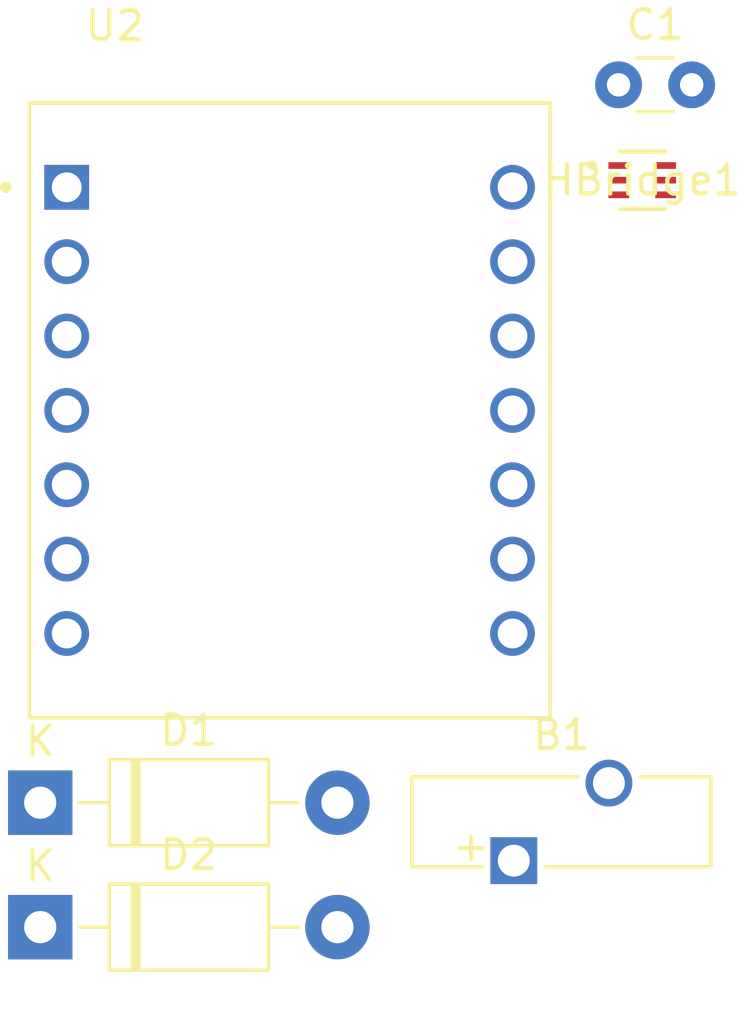
<source format=kicad_pcb>
(kicad_pcb (version 20221018) (generator pcbnew)
  (layers (0 "F.Cu" signal) (31 "B.Cu" signal) (34 "B.Paste" user) (35 "F.Paste" user) (36 "B.SilkS" user "B.Silkscreen") (37 "F.SilkS" user "F.Silkscreen") (38 "B.Mask" user) (39 "F.Mask" user) (44 "Edge.Cuts" user))
  (net 0 "")
  (net 1 "Net-(B1-+)")
  (net 2 "Net-(B1--)")
  (net 3 "Net-(U1-GND)")
  (net 4 "Net-(D1-K)")
  (net 5 "Net-(D1-A)")
  (net 6 "Net-(D2-A)")
  (net 7 "Net-(U2-D0)")
  (net 11 "Net-(U2-D4_SDA)")
  (net 12 "Net-(U2-D5_SCL)")
  (net 13 "Net-(U2-D6)")
  (net 14 "Net-(U2-D7)")
  (net 16 "Net-(HBridge1-In1)")
  (net 17 "Net-(HBridge1-In2)")
  (net 18 "Net-(U2-VCC_3V3)")
  (net 19 "Net-(U2-GND)")
  (footprint "Diode_THT:D_DO-41_SOD81_P10.16mm_Horizontal" (layer "F.Cu") (at 43.77 54.17)
    (fp_text reference "D2" (at 5.08 -2.47) (layer "F.SilkS"))
    (fp_text value "Rectifier Diode")
    (fp_text user "K" (at 0 -2.1) (layer "F.SilkS"))
    (fp_line (start 1.34 0) (end 2.36 0) (stroke (width 0.12)) (layer "F.SilkS"))
    (fp_line (start 2.36 -1.47) (end 2.36 1.47) (stroke (width 0.12)) (layer "F.SilkS"))
    (fp_line (start 2.36 1.47) (end 7.8 1.47) (stroke (width 0.12)) (layer "F.SilkS"))
    (fp_line (start 3.14 -1.47) (end 3.14 1.47) (stroke (width 0.12)) (layer "F.SilkS"))
    (fp_line (start 3.26 -1.47) (end 3.26 1.47) (stroke (width 0.12)) (layer "F.SilkS"))
    (fp_line (start 3.38 -1.47) (end 3.38 1.47) (stroke (width 0.12)) (layer "F.SilkS"))
    (fp_line (start 7.8 -1.47) (end 2.36 -1.47) (stroke (width 0.12)) (layer "F.SilkS"))
    (fp_line (start 7.8 1.47) (end 7.8 -1.47) (stroke (width 0.12)) (layer "F.SilkS"))
    (fp_line (start 8.82 0) (end 7.8 0) (stroke (width 0.12)) (layer "F.SilkS"))
    (pad "1" thru_hole rect (at 0 0) (size 2.2 2.2) (drill 1.1) (layers "*.Cu" "*.Mask") (net 5 "Net-(D1-A)"))
    (pad "2" thru_hole oval (at 10.16 0) (size 2.2 2.2) (drill 1.1) (layers "*.Cu" "*.Mask") (net 6 "Net-(D2-A)"))
  )
  (footprint "Capacitor_THT:C_Disc_D3.0mm_W1.6mm_P2.50mm" (layer "F.Cu") (at 63.54 25.4)
    (fp_text reference "C1" (at 1.25 -2.05) (layer "F.SilkS"))
    (fp_text value "C_Small")
    (fp_line (start 0.621 -0.92) (end 1.879 -0.92) (stroke (width 0.12)) (layer "F.SilkS"))
    (fp_line (start 0.621 0.92) (end 1.879 0.92) (stroke (width 0.12)) (layer "F.SilkS"))
    (pad "1" thru_hole circle (at 0 0) (size 1.6 1.6) (drill 0.8) (layers "*.Cu" "*.Mask") (net 1 "Net-(B1-+)"))
    (pad "2" thru_hole circle (at 2.5 0) (size 1.6 1.6) (drill 0.8) (layers "*.Cu" "*.Mask") (net 3 "Net-(U1-GND)"))
  )
  (footprint "Nano-Float_Schematic FR:MODULE_102010388" (layer "F.Cu") (at 52.295 36.52)
    (fp_text reference "U2" (at -5.975 -13.135) (layer "F.SilkS"))
    (fp_text value "XiaoESP32C3")
    (fp_line (start -8.9 -10.5) (end -8.9 10.5) (stroke (width 0.127)) (layer "F.SilkS"))
    (fp_line (start -8.9 10.5) (end 8.9 10.5) (stroke (width 0.127)) (layer "F.SilkS"))
    (fp_line (start 8.9 -10.5) (end -8.9 -10.5) (stroke (width 0.127)) (layer "F.SilkS"))
    (fp_line (start 8.9 10.5) (end 8.9 -10.5) (stroke (width 0.127)) (layer "F.SilkS"))
    (fp_circle (center -9.7 -7.62) (end -9.6 -7.62) (stroke (width 0.2)) (fill none) (layer "F.SilkS"))
    (pad "1" thru_hole rect (at -7.62 -7.62) (size 1.53 1.53) (drill 1.02) (layers "*.Cu" "*.Mask") (net 7 "Net-(U2-D0)"))
    (pad "2" thru_hole circle (at -7.62 -5.08) (size 1.53 1.53) (drill 1.02) (layers "*.Cu" "*.Mask"))
    (pad "3" thru_hole circle (at -7.62 -2.54) (size 1.53 1.53) (drill 1.02) (layers "*.Cu" "*.Mask"))
    (pad "4" thru_hole circle (at -7.62 0) (size 1.53 1.53) (drill 1.02) (layers "*.Cu" "*.Mask"))
    (pad "5" thru_hole circle (at -7.62 2.54) (size 1.53 1.53) (drill 1.02) (layers "*.Cu" "*.Mask") (net 11 "Net-(U2-D4_SDA)"))
    (pad "6" thru_hole circle (at -7.62 5.08) (size 1.53 1.53) (drill 1.02) (layers "*.Cu" "*.Mask") (net 12 "Net-(U2-D5_SCL)"))
    (pad "7" thru_hole circle (at -7.62 7.62) (size 1.53 1.53) (drill 1.02) (layers "*.Cu" "*.Mask") (net 13 "Net-(U2-D6)"))
    (pad "8" thru_hole circle (at 7.62 7.62) (size 1.53 1.53) (drill 1.02) (layers "*.Cu" "*.Mask") (net 14 "Net-(U2-D7)"))
    (pad "9" thru_hole circle (at 7.62 5.08) (size 1.53 1.53) (drill 1.02) (layers "*.Cu" "*.Mask"))
    (pad "10" thru_hole circle (at 7.62 2.54) (size 1.53 1.53) (drill 1.02) (layers "*.Cu" "*.Mask") (net 16 "Net-(HBridge1-In1)"))
    (pad "11" thru_hole circle (at 7.62 0) (size 1.53 1.53) (drill 1.02) (layers "*.Cu" "*.Mask") (net 17 "Net-(HBridge1-In2)"))
    (pad "12" thru_hole circle (at 7.62 -2.54) (size 1.53 1.53) (drill 1.02) (layers "*.Cu" "*.Mask") (net 18 "Net-(U2-VCC_3V3)"))
    (pad "13" thru_hole circle (at 7.62 -5.08) (size 1.53 1.53) (drill 1.02) (layers "*.Cu" "*.Mask") (net 19 "Net-(U2-GND)"))
    (pad "14" thru_hole circle (at 7.62 -7.62) (size 1.53 1.53) (drill 1.02) (layers "*.Cu" "*.Mask"))
  )
  (footprint "Diode_THT:D_DO-41_SOD81_P10.16mm_Horizontal" (layer "F.Cu") (at 43.77 49.92)
    (fp_text reference "D1" (at 5.08 -2.47) (layer "F.SilkS"))
    (fp_text value "Rectifier Diode")
    (fp_text user "K" (at 0 -2.1) (layer "F.SilkS"))
    (fp_line (start 1.34 0) (end 2.36 0) (stroke (width 0.12)) (layer "F.SilkS"))
    (fp_line (start 2.36 -1.47) (end 2.36 1.47) (stroke (width 0.12)) (layer "F.SilkS"))
    (fp_line (start 2.36 1.47) (end 7.8 1.47) (stroke (width 0.12)) (layer "F.SilkS"))
    (fp_line (start 3.14 -1.47) (end 3.14 1.47) (stroke (width 0.12)) (layer "F.SilkS"))
    (fp_line (start 3.26 -1.47) (end 3.26 1.47) (stroke (width 0.12)) (layer "F.SilkS"))
    (fp_line (start 3.38 -1.47) (end 3.38 1.47) (stroke (width 0.12)) (layer "F.SilkS"))
    (fp_line (start 7.8 -1.47) (end 2.36 -1.47) (stroke (width 0.12)) (layer "F.SilkS"))
    (fp_line (start 7.8 1.47) (end 7.8 -1.47) (stroke (width 0.12)) (layer "F.SilkS"))
    (fp_line (start 8.82 0) (end 7.8 0) (stroke (width 0.12)) (layer "F.SilkS"))
    (pad "1" thru_hole rect (at 0 0) (size 2.2 2.2) (drill 1.1) (layers "*.Cu" "*.Mask") (net 4 "Net-(D1-K)"))
    (pad "2" thru_hole oval (at 10.16 0) (size 2.2 2.2) (drill 1.1) (layers "*.Cu" "*.Mask") (net 5 "Net-(D1-A)"))
  )
  (footprint "Nano-Float_Schematic FR:SOT5X3-6_DRL_TEX" (layer "F.Cu") (at 64.3493 28.6561)
    (fp_text reference "HBridge1" (at 0 0 unlocked) (layer "F.SilkS"))
    (fp_text value "~")
    (fp_line (start -0.7747 0.9779) (end 0.7747 0.9779) (stroke (width 0.1524)) (layer "F.SilkS"))
    (fp_line (start 0.7747 -0.9779) (end -0.7747 -0.9779) (stroke (width 0.1524)) (layer "F.SilkS"))
    (fp_circle (center -1.7065 -0.5) (end -1.6049 -0.5) (stroke (width 0.1524)) (fill none) (layer "F.SilkS"))
    (pad "1" smd rect (at -0.8001 -0.499999) (size 0.7112 0.2286) (layers "F.Cu" "F.Paste" "F.Mask"))
    (pad "2" smd rect (at -0.8001 0) (size 0.7112 0.2286) (layers "F.Cu" "F.Paste" "F.Mask"))
    (pad "3" smd rect (at -0.8001 0.499999) (size 0.7112 0.2286) (layers "F.Cu" "F.Paste" "F.Mask"))
    (pad "4" smd rect (at 0.8001 0.499999) (size 0.7112 0.2286) (layers "F.Cu" "F.Paste" "F.Mask"))
    (pad "5" smd rect (at 0.8001 0) (size 0.7112 0.2286) (layers "F.Cu" "F.Paste" "F.Mask"))
    (pad "6" smd rect (at 0.8001 -0.499999) (size 0.7112 0.2286) (layers "F.Cu" "F.Paste" "F.Mask"))
  )
  (footprint "Battery:Battery_Panasonic_CR1025-VSK_Vertical_CircularHoles" (layer "F.Cu") (at 59.96 51.9)
    (fp_text reference "B1" (at 1.625 -4.3) (layer "F.SilkS"))
    (fp_text value "1.5V")
    (fp_text user "+" (at -1.46 -0.5) (layer "F.SilkS"))
    (fp_line (start -3.485 -2.86) (end 2.19 -2.86) (stroke (width 0.12)) (layer "F.SilkS"))
    (fp_line (start -3.485 0.21) (end -3.485 -2.86) (stroke (width 0.12)) (layer "F.SilkS"))
    (fp_line (start -3.485 0.21) (end -1.06 0.21) (stroke (width 0.12)) (layer "F.SilkS"))
    (fp_line (start 1.06 0.21) (end 6.735 0.21) (stroke (width 0.12)) (layer "F.SilkS"))
    (fp_line (start 4.31 -2.86) (end 6.735 -2.86) (stroke (width 0.12)) (layer "F.SilkS"))
    (fp_line (start 6.735 0.21) (end 6.735 -2.86) (stroke (width 0.12)) (layer "F.SilkS"))
    (pad "1" thru_hole rect (at 0 0) (size 1.6 1.6) (drill 1.09) (layers "*.Cu" "*.Mask") (net 1 "Net-(B1-+)"))
    (pad "2" thru_hole circle (at 3.25 -2.65) (size 1.6 1.6) (drill 1.09) (layers "*.Cu" "*.Mask") (net 2 "Net-(B1--)"))
  )
)
</source>
